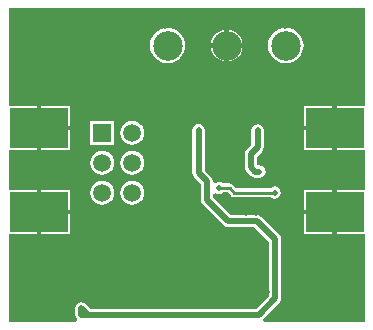
<source format=gbl>
G04*
G04 #@! TF.GenerationSoftware,Altium Limited,Altium Designer,20.0.13 (296)*
G04*
G04 Layer_Physical_Order=4*
G04 Layer_Color=16711680*
%FSLAX25Y25*%
%MOIN*%
G70*
G01*
G75*
%ADD10C,0.01000*%
%ADD54R,0.19685X0.13780*%
%ADD57C,0.02000*%
%ADD58R,0.05906X0.05906*%
%ADD59C,0.05906*%
%ADD60C,0.09843*%
%ADD61C,0.01968*%
%ADD62C,0.03150*%
%ADD68R,0.12402X0.12402*%
G36*
X402500Y301290D02*
X393250D01*
Y294000D01*
Y286710D01*
X402500D01*
Y273290D01*
X393250D01*
Y266000D01*
Y258710D01*
X402500D01*
Y229303D01*
X368863D01*
X368559Y230303D01*
X368642Y230358D01*
X374142Y235858D01*
X374142Y235858D01*
X374584Y236520D01*
X374739Y237300D01*
Y245700D01*
Y250100D01*
Y256900D01*
X374584Y257680D01*
X374142Y258342D01*
X368008Y264475D01*
X367347Y264917D01*
X366566Y265073D01*
X357845D01*
X351988Y270930D01*
X351965Y271237D01*
X352037Y271955D01*
X352908Y272338D01*
X353236Y272119D01*
X354010Y271965D01*
X354784Y272119D01*
X355384Y272520D01*
X356817D01*
X357919Y271419D01*
X358415Y271087D01*
X359000Y270971D01*
X371217D01*
X371726Y270631D01*
X372500Y270477D01*
X373274Y270631D01*
X373931Y271069D01*
X374369Y271726D01*
X374523Y272500D01*
X374369Y273274D01*
X373931Y273931D01*
X373274Y274369D01*
X372500Y274523D01*
X371726Y274369D01*
X371217Y274029D01*
X359633D01*
X358532Y275131D01*
X358036Y275463D01*
X357451Y275579D01*
X355201D01*
X354784Y275857D01*
X354010Y276011D01*
X353236Y275857D01*
X352908Y275639D01*
X351916Y276074D01*
X351908Y276082D01*
Y276231D01*
X351753Y277011D01*
X351311Y277673D01*
X349172Y279812D01*
Y289000D01*
Y293319D01*
X349016Y294099D01*
X348574Y294761D01*
X347913Y295203D01*
X347132Y295358D01*
X346352Y295203D01*
X345690Y294761D01*
X345249Y294099D01*
X345093Y293319D01*
Y289000D01*
Y278968D01*
X345249Y278187D01*
X345690Y277526D01*
X347830Y275386D01*
Y270164D01*
X347985Y269384D01*
X348427Y268722D01*
X355558Y261592D01*
X356220Y261150D01*
X357000Y260994D01*
X357283Y261051D01*
X357566Y260994D01*
X365722D01*
X370661Y256055D01*
Y250100D01*
Y245700D01*
Y238145D01*
X366355Y233839D01*
X310991Y233839D01*
X309500Y235331D01*
X308839Y235772D01*
X308058Y235928D01*
X307278Y235772D01*
X306616Y235331D01*
X306174Y234669D01*
X306019Y233889D01*
Y231688D01*
X306174Y230908D01*
X306579Y230303D01*
X306513Y229996D01*
X306229Y229303D01*
X283903D01*
Y258710D01*
X293193D01*
Y266000D01*
Y273290D01*
X283903D01*
Y286710D01*
X293193D01*
Y294000D01*
Y301290D01*
X283903D01*
Y334097D01*
X402500D01*
Y301290D01*
D02*
G37*
%LPC*%
G36*
X357250Y326768D02*
Y322250D01*
X361768D01*
X361684Y322889D01*
X361148Y324184D01*
X360295Y325295D01*
X359184Y326148D01*
X357889Y326684D01*
X357250Y326768D01*
D02*
G37*
G36*
X355750D02*
X355111Y326684D01*
X353816Y326148D01*
X352705Y325295D01*
X351852Y324184D01*
X351316Y322889D01*
X351232Y322250D01*
X355750D01*
Y326768D01*
D02*
G37*
G36*
X361768Y320750D02*
X357250D01*
Y316232D01*
X357889Y316316D01*
X359184Y316852D01*
X360295Y317705D01*
X361148Y318816D01*
X361684Y320111D01*
X361768Y320750D01*
D02*
G37*
G36*
X355750D02*
X351232D01*
X351316Y320111D01*
X351852Y318816D01*
X352705Y317705D01*
X353816Y316852D01*
X355111Y316316D01*
X355750Y316232D01*
Y320750D01*
D02*
G37*
G36*
X376185Y327450D02*
X375024Y327336D01*
X373908Y326997D01*
X372879Y326447D01*
X371978Y325707D01*
X371238Y324806D01*
X370688Y323777D01*
X370350Y322661D01*
X370235Y321500D01*
X370350Y320339D01*
X370688Y319223D01*
X371238Y318194D01*
X371978Y317293D01*
X372879Y316553D01*
X373908Y316003D01*
X375024Y315664D01*
X376185Y315550D01*
X377346Y315664D01*
X378462Y316003D01*
X379491Y316553D01*
X380392Y317293D01*
X381132Y318194D01*
X381682Y319223D01*
X382021Y320339D01*
X382135Y321500D01*
X382021Y322661D01*
X381682Y323777D01*
X381132Y324806D01*
X380392Y325707D01*
X379491Y326447D01*
X378462Y326997D01*
X377346Y327336D01*
X376185Y327450D01*
D02*
G37*
G36*
X336815D02*
X335654Y327336D01*
X334538Y326997D01*
X333509Y326447D01*
X332608Y325707D01*
X331868Y324806D01*
X331318Y323777D01*
X330979Y322661D01*
X330865Y321500D01*
X330979Y320339D01*
X331318Y319223D01*
X331868Y318194D01*
X332608Y317293D01*
X333509Y316553D01*
X334538Y316003D01*
X335654Y315664D01*
X336815Y315550D01*
X337976Y315664D01*
X339092Y316003D01*
X340121Y316553D01*
X341022Y317293D01*
X341762Y318194D01*
X342312Y319223D01*
X342651Y320339D01*
X342765Y321500D01*
X342651Y322661D01*
X342312Y323777D01*
X341762Y324806D01*
X341022Y325707D01*
X340121Y326447D01*
X339092Y326997D01*
X337976Y327336D01*
X336815Y327450D01*
D02*
G37*
G36*
X304185Y301290D02*
X294692D01*
Y294750D01*
X304185D01*
Y301290D01*
D02*
G37*
G36*
X391750D02*
X382258D01*
Y294750D01*
X391750D01*
Y301290D01*
D02*
G37*
G36*
X318953Y296353D02*
X311047D01*
Y288447D01*
X318953D01*
Y296353D01*
D02*
G37*
G36*
X325000Y296387D02*
X323968Y296251D01*
X323007Y295853D01*
X322181Y295219D01*
X321547Y294393D01*
X321149Y293432D01*
X321013Y292400D01*
X321149Y291368D01*
X321547Y290407D01*
X322181Y289581D01*
X323007Y288947D01*
X323968Y288549D01*
X325000Y288413D01*
X326032Y288549D01*
X326993Y288947D01*
X327819Y289581D01*
X328453Y290407D01*
X328851Y291368D01*
X328987Y292400D01*
X328851Y293432D01*
X328453Y294393D01*
X327819Y295219D01*
X326993Y295853D01*
X326032Y296251D01*
X325000Y296387D01*
D02*
G37*
G36*
X391750Y293250D02*
X382258D01*
Y286710D01*
X391750D01*
Y293250D01*
D02*
G37*
G36*
X304185D02*
X294692D01*
Y286710D01*
X304185D01*
Y293250D01*
D02*
G37*
G36*
X325000Y286387D02*
X323968Y286251D01*
X323007Y285853D01*
X322181Y285219D01*
X321547Y284393D01*
X321149Y283432D01*
X321013Y282400D01*
X321149Y281368D01*
X321547Y280407D01*
X322181Y279581D01*
X323007Y278947D01*
X323968Y278549D01*
X325000Y278413D01*
X326032Y278549D01*
X326993Y278947D01*
X327819Y279581D01*
X328453Y280407D01*
X328851Y281368D01*
X328987Y282400D01*
X328851Y283432D01*
X328453Y284393D01*
X327819Y285219D01*
X326993Y285853D01*
X326032Y286251D01*
X325000Y286387D01*
D02*
G37*
G36*
X315000D02*
X313968Y286251D01*
X313007Y285853D01*
X312181Y285219D01*
X311547Y284393D01*
X311149Y283432D01*
X311013Y282400D01*
X311149Y281368D01*
X311547Y280407D01*
X312181Y279581D01*
X313007Y278947D01*
X313968Y278549D01*
X315000Y278413D01*
X316032Y278549D01*
X316993Y278947D01*
X317819Y279581D01*
X318453Y280407D01*
X318851Y281368D01*
X318987Y282400D01*
X318851Y283432D01*
X318453Y284393D01*
X317819Y285219D01*
X316993Y285853D01*
X316032Y286251D01*
X315000Y286387D01*
D02*
G37*
G36*
X366803Y295284D02*
X366023Y295128D01*
X365361Y294686D01*
X364919Y294025D01*
X364764Y293244D01*
Y288448D01*
X363058Y286742D01*
X362616Y286080D01*
X362461Y285300D01*
Y280972D01*
X362616Y280191D01*
X363058Y279530D01*
X364530Y278058D01*
X365191Y277616D01*
X365972Y277461D01*
X367400D01*
X368180Y277616D01*
X368842Y278058D01*
X369284Y278720D01*
X369439Y279500D01*
X369284Y280280D01*
X368842Y280942D01*
X368180Y281384D01*
X367400Y281539D01*
X366816D01*
X366539Y281816D01*
Y284455D01*
X368245Y286161D01*
X368687Y286823D01*
X368842Y287603D01*
Y291085D01*
Y293244D01*
X368687Y294025D01*
X368245Y294686D01*
X367583Y295128D01*
X366803Y295284D01*
D02*
G37*
G36*
X325000Y276387D02*
X323968Y276251D01*
X323007Y275853D01*
X322181Y275219D01*
X321547Y274393D01*
X321149Y273432D01*
X321013Y272400D01*
X321149Y271368D01*
X321547Y270407D01*
X322181Y269581D01*
X323007Y268947D01*
X323968Y268549D01*
X325000Y268413D01*
X326032Y268549D01*
X326993Y268947D01*
X327819Y269581D01*
X328453Y270407D01*
X328851Y271368D01*
X328987Y272400D01*
X328851Y273432D01*
X328453Y274393D01*
X327819Y275219D01*
X326993Y275853D01*
X326032Y276251D01*
X325000Y276387D01*
D02*
G37*
G36*
X315000D02*
X313968Y276251D01*
X313007Y275853D01*
X312181Y275219D01*
X311547Y274393D01*
X311149Y273432D01*
X311013Y272400D01*
X311149Y271368D01*
X311547Y270407D01*
X312181Y269581D01*
X313007Y268947D01*
X313968Y268549D01*
X315000Y268413D01*
X316032Y268549D01*
X316993Y268947D01*
X317819Y269581D01*
X318453Y270407D01*
X318851Y271368D01*
X318987Y272400D01*
X318851Y273432D01*
X318453Y274393D01*
X317819Y275219D01*
X316993Y275853D01*
X316032Y276251D01*
X315000Y276387D01*
D02*
G37*
G36*
X304185Y273290D02*
X294692D01*
Y266750D01*
X304185D01*
Y273290D01*
D02*
G37*
G36*
X391750D02*
X382258D01*
Y266750D01*
X391750D01*
Y273290D01*
D02*
G37*
G36*
Y265250D02*
X382258D01*
Y258710D01*
X391750D01*
Y265250D01*
D02*
G37*
G36*
X304185D02*
X294692D01*
Y258710D01*
X304185D01*
Y265250D01*
D02*
G37*
%LPD*%
D10*
X354071Y274050D02*
X357451D01*
X354010Y273988D02*
X354071Y274050D01*
X359000Y272500D02*
X372500D01*
X357451Y274050D02*
X359000Y272500D01*
D54*
X293942Y294000D02*
D03*
Y266000D02*
D03*
X392500D02*
D03*
Y294000D02*
D03*
D57*
X349869Y270164D02*
Y276231D01*
Y270164D02*
X357000Y263034D01*
X347132Y278968D02*
Y289000D01*
Y278968D02*
X349869Y276231D01*
X308058Y233889D02*
X310147Y231800D01*
X308058D02*
X310147D01*
X367200Y231800D01*
X308058Y231800D02*
Y233889D01*
Y231688D02*
Y231800D01*
X372700Y250100D02*
Y256900D01*
X359000Y263034D02*
X366566D01*
X372700Y256900D01*
X347132Y291160D02*
Y293319D01*
Y289000D02*
Y291160D01*
X357566Y263034D02*
X359000D01*
X366803Y287603D02*
Y291085D01*
X364500Y280972D02*
Y285300D01*
X366803Y287603D01*
X364500Y280972D02*
X365972Y279500D01*
X367400D01*
X366803Y291085D02*
Y293244D01*
X372700Y247900D02*
Y250100D01*
Y245700D02*
Y247900D01*
Y237300D02*
Y245700D01*
X367200Y231800D02*
X372700Y237300D01*
D58*
X315000Y292400D02*
D03*
D59*
X325000D02*
D03*
X315000Y282400D02*
D03*
X325000D02*
D03*
X315000Y272400D02*
D03*
X325000D02*
D03*
D60*
X336815Y321500D02*
D03*
X356500D02*
D03*
X376185D02*
D03*
D61*
X320000Y264000D02*
D03*
X392000Y328000D02*
D03*
X396000Y320000D02*
D03*
X392000Y312000D02*
D03*
X396000Y304000D02*
D03*
Y256000D02*
D03*
X392000Y248000D02*
D03*
X396000Y240000D02*
D03*
X392000Y232000D02*
D03*
X384000Y328000D02*
D03*
X388000Y320000D02*
D03*
X384000Y312000D02*
D03*
X388000Y304000D02*
D03*
Y256000D02*
D03*
X384000Y248000D02*
D03*
X388000Y240000D02*
D03*
X384000Y232000D02*
D03*
X376000Y328000D02*
D03*
Y312000D02*
D03*
X380000Y304000D02*
D03*
X376000Y296000D02*
D03*
X380000Y288000D02*
D03*
Y272000D02*
D03*
Y256000D02*
D03*
X376000Y248000D02*
D03*
X380000Y240000D02*
D03*
X376000Y232000D02*
D03*
X368000Y328000D02*
D03*
X372000Y304000D02*
D03*
X368000Y296000D02*
D03*
X372000Y288000D02*
D03*
X360000Y328000D02*
D03*
X364000Y320000D02*
D03*
X360000Y312000D02*
D03*
X364000Y304000D02*
D03*
X352000Y328000D02*
D03*
Y312000D02*
D03*
X356000Y304000D02*
D03*
X344000Y328000D02*
D03*
X348000Y320000D02*
D03*
X344000Y296000D02*
D03*
Y264000D02*
D03*
X336000Y328000D02*
D03*
Y312000D02*
D03*
X340000Y304000D02*
D03*
X336000Y296000D02*
D03*
X340000Y272000D02*
D03*
X336000Y264000D02*
D03*
X328000Y328000D02*
D03*
Y312000D02*
D03*
X332000Y304000D02*
D03*
X328000Y296000D02*
D03*
X332000Y272000D02*
D03*
X328000Y264000D02*
D03*
X332000Y240000D02*
D03*
X320000Y328000D02*
D03*
X324000Y320000D02*
D03*
X320000Y312000D02*
D03*
X324000Y304000D02*
D03*
X320000Y296000D02*
D03*
Y248000D02*
D03*
X312000Y328000D02*
D03*
X316000Y320000D02*
D03*
X312000Y312000D02*
D03*
X316000Y304000D02*
D03*
X304000Y328000D02*
D03*
X308000Y320000D02*
D03*
X304000Y312000D02*
D03*
X308000Y304000D02*
D03*
X304000Y248000D02*
D03*
Y232000D02*
D03*
X296000Y328000D02*
D03*
X300000Y320000D02*
D03*
X296000Y312000D02*
D03*
X300000Y304000D02*
D03*
Y256000D02*
D03*
X296000Y248000D02*
D03*
X300000Y240000D02*
D03*
X296000Y232000D02*
D03*
X288000Y328000D02*
D03*
X292000Y320000D02*
D03*
X288000Y312000D02*
D03*
X292000Y304000D02*
D03*
Y256000D02*
D03*
X288000Y248000D02*
D03*
X292000Y240000D02*
D03*
X288000Y232000D02*
D03*
X346200Y273000D02*
D03*
Y275600D02*
D03*
X354010Y273988D02*
D03*
X367770Y282622D02*
D03*
X367400Y279500D02*
D03*
X365286Y280186D02*
D03*
X369528Y284882D02*
D03*
X366803Y288925D02*
D03*
Y291085D02*
D03*
Y293244D02*
D03*
X347132Y293319D02*
D03*
Y291160D02*
D03*
Y289000D02*
D03*
X372700Y245700D02*
D03*
Y247900D02*
D03*
Y250100D02*
D03*
X308058Y231688D02*
D03*
Y233889D02*
D03*
X375396Y278307D02*
D03*
X373065Y275968D02*
D03*
X353004Y282378D02*
D03*
X350665Y280047D02*
D03*
X360335Y282567D02*
D03*
X358004Y284906D02*
D03*
X355665Y282575D02*
D03*
X371859Y282543D02*
D03*
X355687Y297000D02*
D03*
X358187D02*
D03*
X355687Y293000D02*
D03*
X358187D02*
D03*
X358152Y289000D02*
D03*
X355652D02*
D03*
X313958Y265588D02*
D03*
X318312Y254887D02*
D03*
Y257189D02*
D03*
X317058Y260187D02*
D03*
Y262489D02*
D03*
X312058Y249289D02*
D03*
X331500Y262100D02*
D03*
X333802D02*
D03*
X316912Y238189D02*
D03*
Y235887D02*
D03*
X358898Y238000D02*
D03*
X361200D02*
D03*
X365250Y239450D02*
D03*
X367550D02*
D03*
X369850D02*
D03*
X328700Y242900D02*
D03*
X326400D02*
D03*
X324100D02*
D03*
X359000Y263034D02*
D03*
X357000D02*
D03*
X359097Y258697D02*
D03*
X357000Y258700D02*
D03*
Y256600D02*
D03*
X362921Y265638D02*
D03*
X366208D02*
D03*
X362857Y253569D02*
D03*
X366143D02*
D03*
X372500Y272500D02*
D03*
D62*
X341169Y248331D02*
D03*
X345500D02*
D03*
X349831D02*
D03*
X341169Y244000D02*
D03*
X345500D02*
D03*
X349831D02*
D03*
X341169Y239669D02*
D03*
X345500D02*
D03*
X349831D02*
D03*
D68*
X345500Y244000D02*
D03*
M02*

</source>
